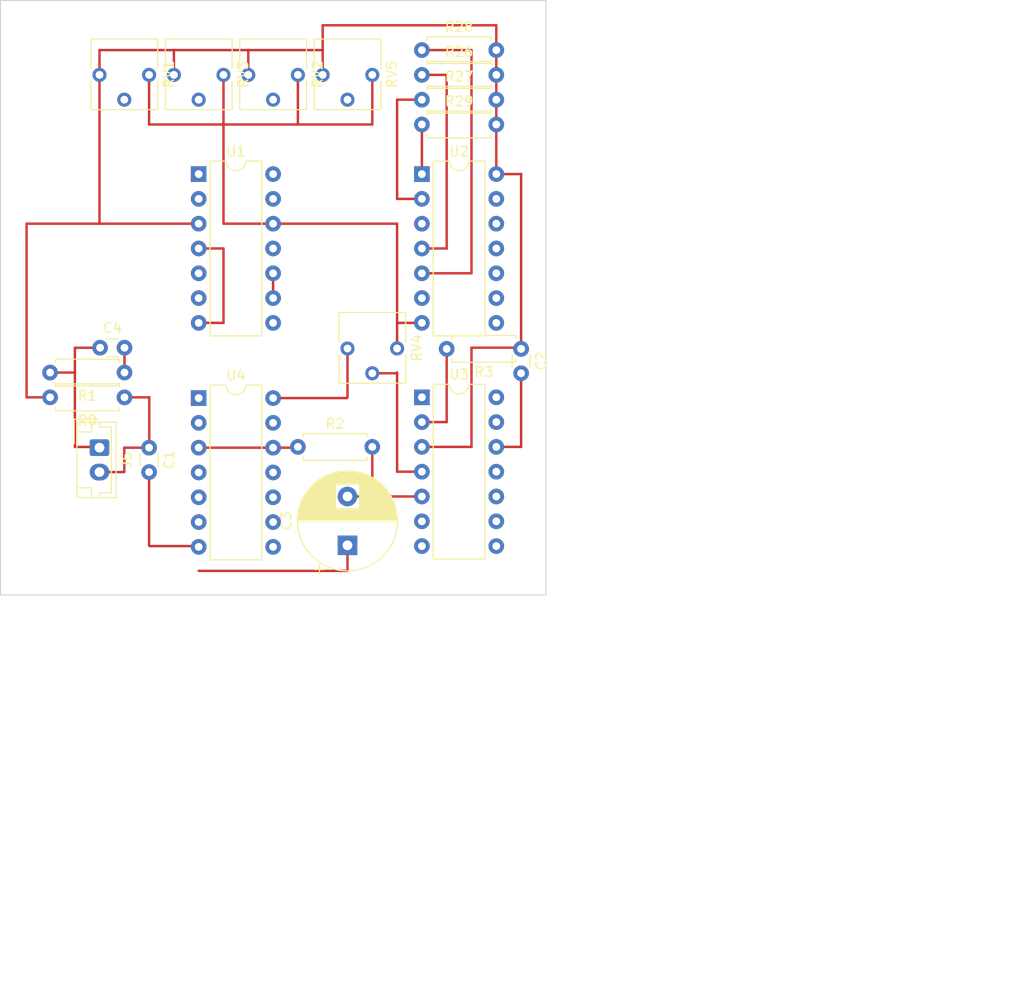
<source format=kicad_pcb>
(kicad_pcb (version 20221018) (generator pcbnew)
  (layers (0 "F.Cu" signal) (1 "In1.Cu" signal) (2 "In2.Cu" signal) (31 "B.Cu" signal) (34 "B.Paste" user) (35 "F.Paste" user) (36 "B.SilkS" user "B.Silkscreen") (37 "F.SilkS" user "F.Silkscreen") (38 "B.Mask" user) (39 "F.Mask" user) (44 "Edge.Cuts" user))
  (net 0 "")
  (net 1 "GND")
  (net 2 "+5V")
  (net 3 "Net-(C3-Pad2)")
  (net 4 "BPD_fault")
  (net 5 "Net-(R26-Pad1)")
  (net 6 "Net-(R27-Pad1)")
  (net 7 "Net-(R28-Pad1)")
  (net 8 "Net-(R29-Pad1)")
  (net 9 "Net-(RV1-Pad2)")
  (net 10 "Net-(RV2-Pad2)")
  (net 11 "Net-(RV3-Pad2)")
  (net 12 "Net-(RV4-Pad2)")
  (net 13 "Net-(RV5-Pad2)")
  (net 14 "Net-(C1-Pad1)")
  (net 15 "Net-(C4-Pad1)")
  (net 16 "Net-(U2-Pad3)")
  (net 17 "Net-(U2-Pad6)")
  (net 24 "Net-(U4-Pad12)")
  (footprint "Potentiometer_THT:Potentiometer_Vishay_T73YP_Vertical" (layer "F.Cu") (at 101.6 127.08 -90)
    (fp_text reference "RV4" (at -0.06 -7.09 90) (layer "F.SilkS"))
    (fp_text value "R_POT")
    (pad "1" thru_hole circle (at 0 0 270) (size 1.44 1.44) (drill 0.8) (layers "*.Cu" "*.Mask") (net 2 "+5V"))
    (pad "2" thru_hole circle (at 2.54 -2.54 270) (size 1.44 1.44) (drill 0.8) (layers "*.Cu" "*.Mask") (net 12 "Net-(RV4-Pad2)"))
    (pad "3" thru_hole circle (at 0 -5.08 270) (size 1.44 1.44) (drill 0.8) (layers "*.Cu" "*.Mask") (net 1 "GND"))
  )
  (footprint "Resistor_THT:R_Axial_DIN0207_L6.3mm_D2.5mm_P7.62mm_Horizontal" (layer "F.Cu") (at 119.38 127.12 180)
    (fp_text reference "R3" (at 3.81 -2.37) (layer "F.SilkS"))
    (fp_text value "39k")
    (pad "1" thru_hole circle (at 0 0 180) (size 1.6 1.6) (drill 0.8) (layers "*.Cu" "*.Mask") (net 2 "+5V"))
    (pad "2" thru_hole oval (at 7.62 0 180) (size 1.6 1.6) (drill 0.8) (layers "*.Cu" "*.Mask") (net 4 "BPD_fault"))
  )
  (footprint "Resistor_THT:R_Axial_DIN0207_L6.3mm_D2.5mm_P7.62mm_Horizontal" (layer "F.Cu") (at 96.52 137.16)
    (fp_text reference "R2" (at 3.81 -2.37) (layer "F.SilkS"))
    (fp_text value "5.1k")
    (pad "1" thru_hole circle (at 0 0) (size 1.6 1.6) (drill 0.8) (layers "*.Cu" "*.Mask") (net 24 "Net-(U4-Pad12)"))
    (pad "2" thru_hole oval (at 7.62 0) (size 1.6 1.6) (drill 0.8) (layers "*.Cu" "*.Mask") (net 3 "Net-(C3-Pad2)"))
  )
  (footprint "Capacitor_THT:C_Disc_D3.0mm_W1.6mm_P2.50mm" (layer "F.Cu") (at 119.38 127.12 -90)
    (fp_text reference "C2" (at 1.25 -2.05 90) (layer "F.SilkS"))
    (fp_text value "0.1uF")
    (pad "1" thru_hole circle (at 0 0 270) (size 1.6 1.6) (drill 0.8) (layers "*.Cu" "*.Mask") (net 2 "+5V"))
    (pad "2" thru_hole circle (at 2.5 0 270) (size 1.6 1.6) (drill 0.8) (layers "*.Cu" "*.Mask") (net 1 "GND"))
  )
  (footprint "Potentiometer_THT:Potentiometer_Vishay_T73YP_Vertical" (layer "F.Cu") (at 76.2 99.06 -90)
    (fp_text reference "RV1" (at -0.06 -7.09 90) (layer "F.SilkS"))
    (fp_text value "R_POT")
    (pad "1" thru_hole circle (at 0 0 270) (size 1.44 1.44) (drill 0.8) (layers "*.Cu" "*.Mask") (net 2 "+5V"))
    (pad "2" thru_hole circle (at 2.54 -2.54 270) (size 1.44 1.44) (drill 0.8) (layers "*.Cu" "*.Mask") (net 9 "Net-(RV1-Pad2)"))
    (pad "3" thru_hole circle (at 0 -5.08 270) (size 1.44 1.44) (drill 0.8) (layers "*.Cu" "*.Mask") (net 1 "GND"))
  )
  (footprint "Resistor_THT:R_Axial_DIN0207_L6.3mm_D2.5mm_P7.62mm_Horizontal" (layer "F.Cu") (at 109.22 104.14)
    (fp_text reference "R29" (at 3.81 -2.37) (layer "F.SilkS"))
    (fp_text value "1k")
    (pad "1" thru_hole circle (at 0 0) (size 1.6 1.6) (drill 0.8) (layers "*.Cu" "*.Mask") (net 8 "Net-(R29-Pad1)"))
    (pad "2" thru_hole oval (at 7.62 0) (size 1.6 1.6) (drill 0.8) (layers "*.Cu" "*.Mask") (net 2 "+5V"))
  )
  (footprint "Potentiometer_THT:Potentiometer_Vishay_T73YP_Vertical" (layer "F.Cu") (at 99.06 99.06 -90)
    (fp_text reference "RV5" (at -0.06 -7.09 90) (layer "F.SilkS"))
    (fp_text value "R_POT")
    (pad "1" thru_hole circle (at 0 0 270) (size 1.44 1.44) (drill 0.8) (layers "*.Cu" "*.Mask") (net 2 "+5V"))
    (pad "2" thru_hole circle (at 2.54 -2.54 270) (size 1.44 1.44) (drill 0.8) (layers "*.Cu" "*.Mask") (net 13 "Net-(RV5-Pad2)"))
    (pad "3" thru_hole circle (at 0 -5.08 270) (size 1.44 1.44) (drill 0.8) (layers "*.Cu" "*.Mask") (net 1 "GND"))
  )
  (footprint "Capacitor_THT:CP_Radial_D10.0mm_P5.00mm" (layer "F.Cu") (at 101.6 147.24 90)
    (fp_text reference "C3" (at 2.5 -6.25 90) (layer "F.SilkS"))
    (fp_text value "100uF")
    (pad "1" thru_hole rect (at 0 0 90) (size 2 2) (drill 1) (layers "*.Cu" "*.Mask") (net 1 "GND"))
    (pad "2" thru_hole circle (at 5 0 90) (size 2 2) (drill 1) (layers "*.Cu" "*.Mask") (net 3 "Net-(C3-Pad2)"))
  )
  (footprint "Connector_JST:JST_EH_B2B-EH-A_1x02_P2.50mm_Vertical" (layer "F.Cu") (at 76.2 137.24 -90)
    (fp_text reference "J5" (at 1.25 -2.8 90) (layer "F.SilkS"))
    (fp_text value "BSPD I/O")
    (pad "1" thru_hole roundrect (at 0 0 270) (size 1.7 2) (drill 1) (layers "*.Cu" "*.Mask") (roundrect_rratio 0.147059) (net 15 "Net-(C4-Pad1)"))
    (pad "2" thru_hole oval (at 2.5 0 270) (size 1.7 2) (drill 1) (layers "*.Cu" "*.Mask") (net 14 "Net-(C1-Pad1)"))
  )
  (footprint "Capacitor_THT:C_Disc_D3.0mm_W1.6mm_P2.50mm" (layer "F.Cu") (at 81.28 137.24 -90)
    (fp_text reference "C1" (at 1.25 -2.05 90) (layer "F.SilkS"))
    (fp_text value "0.1uF")
    (pad "1" thru_hole circle (at 0 0 270) (size 1.6 1.6) (drill 0.8) (layers "*.Cu" "*.Mask") (net 14 "Net-(C1-Pad1)"))
    (pad "2" thru_hole circle (at 2.5 0 270) (size 1.6 1.6) (drill 0.8) (layers "*.Cu" "*.Mask") (net 1 "GND"))
  )
  (footprint "Package_DIP:DIP-14_W7.62mm" (layer "F.Cu") (at 109.22 132.08)
    (fp_text reference "U3" (at 3.81 -2.33) (layer "F.SilkS"))
    (fp_text value "LM339")
    (pad "1" thru_hole rect (at 0 0) (size 1.6 1.6) (drill 0.8) (layers "*.Cu" "*.Mask"))
    (pad "2" thru_hole oval (at 0 2.54) (size 1.6 1.6) (drill 0.8) (layers "*.Cu" "*.Mask") (net 4 "BPD_fault"))
    (pad "3" thru_hole oval (at 0 5.08) (size 1.6 1.6) (drill 0.8) (layers "*.Cu" "*.Mask") (net 2 "+5V"))
    (pad "4" thru_hole oval (at 0 7.62) (size 1.6 1.6) (drill 0.8) (layers "*.Cu" "*.Mask") (net 12 "Net-(RV4-Pad2)"))
    (pad "5" thru_hole oval (at 0 10.16) (size 1.6 1.6) (drill 0.8) (layers "*.Cu" "*.Mask") (net 3 "Net-(C3-Pad2)"))
    (pad "6" thru_hole oval (at 0 12.7) (size 1.6 1.6) (drill 0.8) (layers "*.Cu" "*.Mask"))
    (pad "7" thru_hole oval (at 0 15.24) (size 1.6 1.6) (drill 0.8) (layers "*.Cu" "*.Mask"))
    (pad "8" thru_hole oval (at 7.62 15.24) (size 1.6 1.6) (drill 0.8) (layers "*.Cu" "*.Mask"))
    (pad "9" thru_hole oval (at 7.62 12.7) (size 1.6 1.6) (drill 0.8) (layers "*.Cu" "*.Mask"))
    (pad "10" thru_hole oval (at 7.62 10.16) (size 1.6 1.6) (drill 0.8) (layers "*.Cu" "*.Mask"))
    (pad "11" thru_hole oval (at 7.62 7.62) (size 1.6 1.6) (drill 0.8) (layers "*.Cu" "*.Mask"))
    (pad "12" thru_hole oval (at 7.62 5.08) (size 1.6 1.6) (drill 0.8) (layers "*.Cu" "*.Mask") (net 1 "GND"))
    (pad "13" thru_hole oval (at 7.62 2.54) (size 1.6 1.6) (drill 0.8) (layers "*.Cu" "*.Mask"))
    (pad "14" thru_hole oval (at 7.62 0) (size 1.6 1.6) (drill 0.8) (layers "*.Cu" "*.Mask"))
  )
  (footprint "Resistor_THT:R_Axial_DIN0207_L6.3mm_D2.5mm_P7.62mm_Horizontal" (layer "F.Cu") (at 109.22 99.06)
    (fp_text reference "R26" (at 3.81 -2.37) (layer "F.SilkS"))
    (fp_text value "1k")
    (pad "1" thru_hole circle (at 0 0) (size 1.6 1.6) (drill 0.8) (layers "*.Cu" "*.Mask") (net 5 "Net-(R26-Pad1)"))
    (pad "2" thru_hole oval (at 7.62 0) (size 1.6 1.6) (drill 0.8) (layers "*.Cu" "*.Mask") (net 2 "+5V"))
  )
  (footprint "Resistor_THT:R_Axial_DIN0207_L6.3mm_D2.5mm_P7.62mm_Horizontal" (layer "F.Cu") (at 109.22 101.6)
    (fp_text reference "R27" (at 3.81 -2.37) (layer "F.SilkS"))
    (fp_text value "1k")
    (pad "1" thru_hole circle (at 0 0) (size 1.6 1.6) (drill 0.8) (layers "*.Cu" "*.Mask") (net 6 "Net-(R27-Pad1)"))
    (pad "2" thru_hole oval (at 7.62 0) (size 1.6 1.6) (drill 0.8) (layers "*.Cu" "*.Mask") (net 2 "+5V"))
  )
  (footprint "Potentiometer_THT:Potentiometer_Vishay_T73YP_Vertical" (layer "F.Cu") (at 83.82 99.06 -90)
    (fp_text reference "RV3" (at -0.06 -7.09 90) (layer "F.SilkS"))
    (fp_text value "R_POT")
    (pad "1" thru_hole circle (at 0 0 270) (size 1.44 1.44) (drill 0.8) (layers "*.Cu" "*.Mask") (net 2 "+5V"))
    (pad "2" thru_hole circle (at 2.54 -2.54 270) (size 1.44 1.44) (drill 0.8) (layers "*.Cu" "*.Mask") (net 11 "Net-(RV3-Pad2)"))
    (pad "3" thru_hole circle (at 0 -5.08 270) (size 1.44 1.44) (drill 0.8) (layers "*.Cu" "*.Mask") (net 1 "GND"))
  )
  (footprint "Package_DIP:DIP-14_W7.62mm" (layer "F.Cu") (at 86.36 132.16)
    (fp_text reference "U4" (at 3.81 -2.33) (layer "F.SilkS"))
    (fp_text value "74LS08")
    (pad "1" thru_hole rect (at 0 0) (size 1.6 1.6) (drill 0.8) (layers "*.Cu" "*.Mask") (net 16 "Net-(U2-Pad3)"))
    (pad "2" thru_hole oval (at 0 2.54) (size 1.6 1.6) (drill 0.8) (layers "*.Cu" "*.Mask") (net 17 "Net-(U2-Pad6)"))
    (pad "3" thru_hole oval (at 0 5.08) (size 1.6 1.6) (drill 0.8) (layers "*.Cu" "*.Mask") (net 24 "Net-(U4-Pad12)"))
    (pad "4" thru_hole oval (at 0 7.62) (size 1.6 1.6) (drill 0.8) (layers "*.Cu" "*.Mask"))
    (pad "5" thru_hole oval (at 0 10.16) (size 1.6 1.6) (drill 0.8) (layers "*.Cu" "*.Mask"))
    (pad "6" thru_hole oval (at 0 12.7) (size 1.6 1.6) (drill 0.8) (layers "*.Cu" "*.Mask"))
    (pad "7" thru_hole oval (at 0 15.24) (size 1.6 1.6) (drill 0.8) (layers "*.Cu" "*.Mask") (net 1 "GND"))
    (pad "8" thru_hole oval (at 7.62 15.24) (size 1.6 1.6) (drill 0.8) (layers "*.Cu" "*.Mask"))
    (pad "9" thru_hole oval (at 7.62 12.7) (size 1.6 1.6) (drill 0.8) (layers "*.Cu" "*.Mask"))
    (pad "10" thru_hole oval (at 7.62 10.16) (size 1.6 1.6) (drill 0.8) (layers "*.Cu" "*.Mask"))
    (pad "11" thru_hole oval (at 7.62 7.62) (size 1.6 1.6) (drill 0.8) (layers "*.Cu" "*.Mask"))
    (pad "12" thru_hole oval (at 7.62 5.08) (size 1.6 1.6) (drill 0.8) (layers "*.Cu" "*.Mask") (net 24 "Net-(U4-Pad12)"))
    (pad "13" thru_hole oval (at 7.62 2.54) (size 1.6 1.6) (drill 0.8) (layers "*.Cu" "*.Mask"))
    (pad "14" thru_hole oval (at 7.62 0) (size 1.6 1.6) (drill 0.8) (layers "*.Cu" "*.Mask") (net 2 "+5V"))
  )
  (footprint "Package_DIP:DIP-14_W7.62mm" (layer "F.Cu") (at 109.22 109.22)
    (fp_text reference "U2" (at 3.81 -2.33) (layer "F.SilkS"))
    (fp_text value "74LS32")
    (pad "1" thru_hole rect (at 0 0) (size 1.6 1.6) (drill 0.8) (layers "*.Cu" "*.Mask") (net 8 "Net-(R29-Pad1)"))
    (pad "2" thru_hole oval (at 0 2.54) (size 1.6 1.6) (drill 0.8) (layers "*.Cu" "*.Mask") (net 6 "Net-(R27-Pad1)"))
    (pad "3" thru_hole oval (at 0 5.08) (size 1.6 1.6) (drill 0.8) (layers "*.Cu" "*.Mask") (net 16 "Net-(U2-Pad3)"))
    (pad "4" thru_hole oval (at 0 7.62) (size 1.6 1.6) (drill 0.8) (layers "*.Cu" "*.Mask") (net 5 "Net-(R26-Pad1)"))
    (pad "5" thru_hole oval (at 0 10.16) (size 1.6 1.6) (drill 0.8) (layers "*.Cu" "*.Mask") (net 7 "Net-(R28-Pad1)"))
    (pad "6" thru_hole oval (at 0 12.7) (size 1.6 1.6) (drill 0.8) (layers "*.Cu" "*.Mask") (net 17 "Net-(U2-Pad6)"))
    (pad "7" thru_hole oval (at 0 15.24) (size 1.6 1.6) (drill 0.8) (layers "*.Cu" "*.Mask") (net 1 "GND"))
    (pad "8" thru_hole oval (at 7.62 15.24) (size 1.6 1.6) (drill 0.8) (layers "*.Cu" "*.Mask"))
    (pad "9" thru_hole oval (at 7.62 12.7) (size 1.6 1.6) (drill 0.8) (layers "*.Cu" "*.Mask"))
    (pad "10" thru_hole oval (at 7.62 10.16) (size 1.6 1.6) (drill 0.8) (layers "*.Cu" "*.Mask"))
    (pad "11" thru_hole oval (at 7.62 7.62) (size 1.6 1.6) (drill 0.8) (layers "*.Cu" "*.Mask"))
    (pad "12" thru_hole oval (at 7.62 5.08) (size 1.6 1.6) (drill 0.8) (layers "*.Cu" "*.Mask"))
    (pad "13" thru_hole oval (at 7.62 2.54) (size 1.6 1.6) (drill 0.8) (layers "*.Cu" "*.Mask"))
    (pad "14" thru_hole oval (at 7.62 0) (size 1.6 1.6) (drill 0.8) (layers "*.Cu" "*.Mask") (net 2 "+5V"))
  )
  (footprint "Package_DIP:DIP-14_W7.62mm" (layer "F.Cu") (at 86.36 109.22)
    (fp_text reference "U1" (at 3.81 -2.33) (layer "F.SilkS"))
    (fp_text value "LM339")
    (pad "1" thru_hole rect (at 0 0) (size 1.6 1.6) (drill 0.8) (layers "*.Cu" "*.Mask") (net 6 "Net-(R27-Pad1)"))
    (pad "2" thru_hole oval (at 0 2.54) (size 1.6 1.6) (drill 0.8) (layers "*.Cu" "*.Mask") (net 8 "Net-(R29-Pad1)"))
    (pad "3" thru_hole oval (at 0 5.08) (size 1.6 1.6) (drill 0.8) (layers "*.Cu" "*.Mask") (net 2 "+5V"))
    (pad "4" thru_hole oval (at 0 7.62) (size 1.6 1.6) (drill 0.8) (layers "*.Cu" "*.Mask") (net 14 "Net-(C1-Pad1)"))
    (pad "5" thru_hole oval (at 0 10.16) (size 1.6 1.6) (drill 0.8) (layers "*.Cu" "*.Mask") (net 9 "Net-(RV1-Pad2)"))
    (pad "6" thru_hole oval (at 0 12.7) (size 1.6 1.6) (drill 0.8) (layers "*.Cu" "*.Mask") (net 11 "Net-(RV3-Pad2)"))
    (pad "7" thru_hole oval (at 0 15.24) (size 1.6 1.6) (drill 0.8) (layers "*.Cu" "*.Mask") (net 14 "Net-(C1-Pad1)"))
    (pad "8" thru_hole oval (at 7.62 15.24) (size 1.6 1.6) (drill 0.8) (layers "*.Cu" "*.Mask") (net 13 "Net-(RV5-Pad2)"))
    (pad "9" thru_hole oval (at 7.62 12.7) (size 1.6 1.6) (drill 0.8) (layers "*.Cu" "*.Mask") (net 15 "Net-(C4-Pad1)"))
    (pad "10" thru_hole oval (at 7.62 10.16) (size 1.6 1.6) (drill 0.8) (layers "*.Cu" "*.Mask") (net 15 "Net-(C4-Pad1)"))
    (pad "11" thru_hole oval (at 7.62 7.62) (size 1.6 1.6) (drill 0.8) (layers "*.Cu" "*.Mask") (net 10 "Net-(RV2-Pad2)"))
    (pad "12" thru_hole oval (at 7.62 5.08) (size 1.6 1.6) (drill 0.8) (layers "*.Cu" "*.Mask") (net 1 "GND"))
    (pad "13" thru_hole oval (at 7.62 2.54) (size 1.6 1.6) (drill 0.8) (layers "*.Cu" "*.Mask") (net 5 "Net-(R26-Pad1)"))
    (pad "14" thru_hole oval (at 7.62 0) (size 1.6 1.6) (drill 0.8) (layers "*.Cu" "*.Mask") (net 7 "Net-(R28-Pad1)"))
  )
  (footprint "Resistor_THT:R_Axial_DIN0207_L6.3mm_D2.5mm_P7.62mm_Horizontal" (layer "F.Cu") (at 78.76 129.545 180)
    (fp_text reference "R1" (at 3.81 -2.37) (layer "F.SilkS"))
    (fp_text value "1k")
    (pad "1" thru_hole circle (at 0 0 180) (size 1.6 1.6) (drill 0.8) (layers "*.Cu" "*.Mask") (net 1 "GND"))
    (pad "2" thru_hole oval (at 7.62 0 180) (size 1.6 1.6) (drill 0.8) (layers "*.Cu" "*.Mask") (net 15 "Net-(C4-Pad1)"))
  )
  (footprint "Potentiometer_THT:Potentiometer_Vishay_T73YP_Vertical" (layer "F.Cu") (at 91.44 99.06 -90)
    (fp_text reference "RV2" (at -0.06 -7.09 90) (layer "F.SilkS"))
    (fp_text value "R_POT")
    (pad "1" thru_hole circle (at 0 0 270) (size 1.44 1.44) (drill 0.8) (layers "*.Cu" "*.Mask") (net 2 "+5V"))
    (pad "2" thru_hole circle (at 2.54 -2.54 270) (size 1.44 1.44) (drill 0.8) (layers "*.Cu" "*.Mask") (net 10 "Net-(RV2-Pad2)"))
    (pad "3" thru_hole circle (at 0 -5.08 270) (size 1.44 1.44) (drill 0.8) (layers "*.Cu" "*.Mask") (net 1 "GND"))
  )
  (footprint "Capacitor_THT:C_Disc_D3.0mm_W1.6mm_P2.50mm" (layer "F.Cu") (at 76.26 127.005)
    (fp_text reference "C4" (at 1.25 -2.05) (layer "F.SilkS"))
    (fp_text value "0.1uF")
    (pad "1" thru_hole circle (at 0 0) (size 1.6 1.6) (drill 0.8) (layers "*.Cu" "*.Mask") (net 15 "Net-(C4-Pad1)"))
    (pad "2" thru_hole circle (at 2.5 0) (size 1.6 1.6) (drill 0.8) (layers "*.Cu" "*.Mask") (net 1 "GND"))
  )
  (footprint "Resistor_THT:R_Axial_DIN0207_L6.3mm_D2.5mm_P7.62mm_Horizontal" (layer "F.Cu") (at 109.22 96.52)
    (fp_text reference "R28" (at 3.81 -2.37) (layer "F.SilkS"))
    (fp_text value "1k")
    (pad "1" thru_hole circle (at 0 0) (size 1.6 1.6) (drill 0.8) (layers "*.Cu" "*.Mask") (net 7 "Net-(R28-Pad1)"))
    (pad "2" thru_hole oval (at 7.62 0) (size 1.6 1.6) (drill 0.8) (layers "*.Cu" "*.Mask") (net 2 "+5V"))
  )
  (footprint "Resistor_THT:R_Axial_DIN0207_L6.3mm_D2.5mm_P7.62mm_Horizontal" (layer "F.Cu") (at 78.76 132.085 180)
    (fp_text reference "R8" (at 3.81 -2.37) (layer "F.SilkS"))
    (fp_text value "1k")
    (pad "1" thru_hole circle (at 0 0 180) (size 1.6 1.6) (drill 0.8) (layers "*.Cu" "*.Mask") (net 14 "Net-(C1-Pad1)"))
    (pad "2" thru_hole oval (at 7.62 0 180) (size 1.6 1.6) (drill 0.8) (layers "*.Cu" "*.Mask") (net 2 "+5V"))
  )
  (gr_rect (start 66.06 91.44) (end 121.92 152.325) (stroke (width 0.1)) (fill none) (layer "Edge.Cuts"))
  (segment (start 101.6 149.86) (end 86.36 149.86) (width 0.25) (layer "F.Cu") (net 1))
  (segment (start 78.76 127.005) (end 78.76 129.545) (width 0.25) (layer "F.Cu") (net 1))
  (segment (start 88.9 99.06) (end 88.9 114.3) (width 0.25) (layer "F.Cu") (net 1))
  (segment (start 81.28 99.06) (end 81.28 104.14) (width 0.25) (layer "F.Cu") (net 1))
  (segment (start 96.52 104.14) (end 96.52 99.06) (width 0.25) (layer "F.Cu") (net 1))
  (segment (start 104.14 99.06) (end 104.14 104.14) (width 0.25) (layer "F.Cu") (net 1))
  (segment (start 88.9 114.3) (end 93.98 114.3) (width 0.25) (layer "F.Cu") (net 1))
  (segment (start 106.68 124.46) (end 106.68 114.3) (width 0.25) (layer "F.Cu") (net 1))
  (segment (start 106.68 127.08) (end 106.68 124.46) (width 0.25) (layer "F.Cu") (net 1))
  (segment (start 104.14 104.14) (end 81.28 104.14) (width 0.25) (layer "F.Cu") (net 1))
  (segment (start 86.36 147.32) (end 81.36 147.32) (width 0.25) (layer "F.Cu") (net 1))
  (segment (start 81.28 147.24) (end 81.28 139.74) (width 0.25) (layer "F.Cu") (net 1))
  (segment (start 116.84 137.16) (end 119.38 137.16) (width 0.25) (layer "F.Cu") (net 1))
  (segment (start 106.68 114.3) (end 93.98 114.3) (width 0.25) (layer "F.Cu") (net 1))
  (segment (start 101.6 147.24) (end 101.6 149.86) (width 0.25) (layer "F.Cu") (net 1))
  (segment (start 106.68 124.46) (end 109.22 124.46) (width 0.25) (layer "F.Cu") (net 1))
  (segment (start 81.36 147.32) (end 81.28 147.24) (width 0.25) (layer "F.Cu") (net 1))
  (segment (start 119.38 137.16) (end 119.38 129.62) (width 0.25) (layer "F.Cu") (net 1))
  (segment (start 116.84 93.98) (end 99.06 93.98) (width 0.25) (layer "F.Cu") (net 2))
  (segment (start 99.06 99.06) (end 99.06 96.52) (width 0.25) (layer "F.Cu") (net 2))
  (segment (start 86.36 114.3) (end 76.2 114.3) (width 0.25) (layer "F.Cu") (net 2))
  (segment (start 68.73452 114.3) (end 76.2 114.3) (width 0.25) (layer "F.Cu") (net 2))
  (segment (start 99.06 96.52) (end 91.44 96.52) (width 0.25) (layer "F.Cu") (net 2))
  (segment (start 116.84 96.52) (end 116.84 109.22) (width 0.25) (layer "F.Cu") (net 2))
  (segment (start 76.2 99.06) (end 76.2 96.52) (width 0.25) (layer "F.Cu") (net 2))
  (segment (start 101.52 132.16) (end 101.6 132.08) (width 0.25) (layer "F.Cu") (net 2))
  (segment (start 114.3 127) (end 119.38 127) (width 0.25) (layer "F.Cu") (net 2))
  (segment (start 116.84 96.52) (end 116.84 93.98) (width 0.25) (layer "F.Cu") (net 2))
  (segment (start 76.2 96.52) (end 83.82 96.52) (width 0.25) (layer "F.Cu") (net 2))
  (segment (start 91.44 99.06) (end 91.44 96.52) (width 0.25) (layer "F.Cu") (net 2))
  (segment (start 68.73952 132.085) (end 68.73452 132.08) (width 0.25) (layer "F.Cu") (net 2))
  (segment (start 109.22 137.16) (end 114.3 137.16) (width 0.25) (layer "F.Cu") (net 2))
  (segment (start 101.6 132.08) (end 101.6 127.08) (width 0.25) (layer "F.Cu") (net 2))
  (segment (start 93.98 132.16) (end 101.52 132.16) (width 0.25) (layer "F.Cu") (net 2))
  (segment (start 71.14 132.085) (end 68.73952 132.085) (width 0.25) (layer "F.Cu") (net 2))
  (segment (start 76.2 114.3) (end 76.2 99.06) (width 0.25) (layer "F.Cu") (net 2))
  (segment (start 119.38 109.22) (end 116.84 109.22) (width 0.25) (layer "F.Cu") (net 2))
  (segment (start 68.73452 132.08) (end 68.73452 114.3) (width 0.25) (layer "F.Cu") (net 2))
  (segment (start 119.38 127.12) (end 119.38 109.22) (width 0.25) (layer "F.Cu") (net 2))
  (segment (start 114.3 137.16) (end 114.3 127) (width 0.25) (layer "F.Cu") (net 2))
  (segment (start 83.82 96.52) (end 91.44 96.52) (width 0.25) (layer "F.Cu") (net 2))
  (segment (start 99.06 93.98) (end 99.06 96.52) (width 0.25) (layer "F.Cu") (net 2))
  (segment (start 83.82 99.06) (end 83.82 96.52) (width 0.25) (layer "F.Cu") (net 2))
  (segment (start 119.38 127) (end 119.38 127.12) (width 0.25) (layer "F.Cu") (net 2))
  (segment (start 104.14 142.24) (end 109.22 142.24) (width 0.25) (layer "F.Cu") (net 3))
  (segment (start 101.6 142.24) (end 104.14 142.24) (width 0.25) (layer "F.Cu") (net 3))
  (segment (start 104.14 137.16) (end 104.14 142.24) (width 0.25) (layer "F.Cu") (net 3))
  (segment (start 109.22 134.62) (end 111.76 134.62) (width 0.25) (layer "F.Cu") (net 4))
  (segment (start 111.76 134.62) (end 111.76 127.12) (width 0.25) (layer "F.Cu") (net 4))
  (segment (start 109.22 99.06) (end 111.76 99.06) (width 0.25) (layer "F.Cu") (net 5))
  (segment (start 111.76 116.84) (end 109.22 116.84) (width 0.25) (layer "F.Cu") (net 5))
  (segment (start 111.76 99.06) (end 111.76 116.84) (width 0.25) (layer "F.Cu") (net 5))
  (segment (start 106.68 111.76) (end 109.22 111.76) (width 0.25) (layer "F.Cu") (net 6))
  (segment (start 106.68 101.6) (end 106.68 111.76) (width 0.25) (layer "F.Cu") (net 6))
  (segment (start 109.22 101.6) (end 106.68 101.6) (width 0.25) (layer "F.Cu") (net 6))
  (segment (start 114.3 96.52) (end 114.3 119.38) (width 0.25) (layer "F.Cu") (net 7))
  (segment (start 109.22 96.52) (end 114.3 96.52) (width 0.25) (layer "F.Cu") (net 7))
  (segment (start 114.3 119.38) (end 109.22 119.38) (width 0.25) (layer "F.Cu") (net 7))
  (segment (start 109.22 104.14) (end 109.22 109.22) (width 0.25) (layer "F.Cu") (net 8))
  (segment (start 106.68 129.54) (end 106.6 129.62) (width 0.25) (layer "F.Cu") (net 12))
  (segment (start 106.6 129.62) (end 104.14 129.62) (width 0.25) (layer "F.Cu") (net 12))
  (segment (start 109.22 139.7) (end 106.68 139.7) (width 0.25) (layer "F.Cu") (net 12))
  (segment (start 106.68 139.7) (end 106.68 129.54) (width 0.25) (layer "F.Cu") (net 12))
  (segment (start 78.76 132.085) (end 81.3 132.085) (width 0.25) (layer "F.Cu") (net 14))
  (segment (start 78.74 137.24) (end 81.28 137.24) (width 0.25) (layer "F.Cu") (net 14))
  (segment (start 88.9 116.84) (end 88.9 124.46) (width 0.25) (layer "F.Cu") (net 14))
  (segment (start 78.7 139.74) (end 78.74 139.7) (width 0.25) (layer "F.Cu") (net 14))
  (segment (start 88.9 124.46) (end 86.36 124.46) (width 0.25) (layer "F.Cu") (net 14))
  (segment (start 86.36 116.84) (end 88.9 116.84) (width 0.25) (layer "F.Cu") (net 14))
  (segment (start 81.3 137.165) (end 81.3 132.14) (width 0.25) (layer "F.Cu") (net 14))
  (segment (start 81.3 132.14) (end 81.3 132.085) (width 0.25) (layer "F.Cu") (net 14))
  (segment (start 76.2 139.74) (end 78.7 139.74) (width 0.25) (layer "F.Cu") (net 14))
  (segment (start 78.74 139.7) (end 78.74 137.24) (width 0.25) (layer "F.Cu") (net 14))
  (segment (start 73.68 137.165) (end 73.68 129.545) (width 0.25) (layer "F.Cu") (net 15))
  (segment (start 93.98 119.38) (end 93.98 121.92) (width 0.25) (layer "F.Cu") (net 15))
  (segment (start 73.68 129.545) (end 73.68 127.005) (width 0.25) (layer "F.Cu") (net 15))
  (segment (start 76.22 137.165) (end 73.68 137.165) (width 0.25) (layer "F.Cu") (net 15))
  (segment (start 73.68 129.545) (end 71.14 129.545) (width 0.25) (layer "F.Cu") (net 15))
  (segment (start 73.68 127.005) (end 76.26 127.005) (width 0.25) (layer "F.Cu") (net 15))
  (segment (start 86.36 137.24) (end 96.44 137.24) (width 0.25) (layer "F.Cu") (net 24))
  (segment (start 96.44 137.24) (end 96.52 137.16) (width 0.25) (layer "F.Cu") (net 24))
)
</source>
